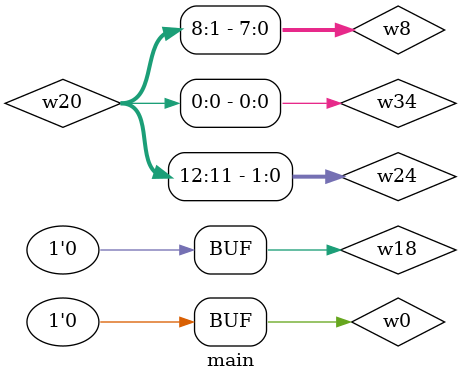
<source format=v>

`timescale 1ns/1ns

module main;    //: root_module
reg w13;    //: /sn:0 {0}(885,201)(896,201){1}
supply0 w0;    //: /sn:0 {0}(578,264)(578,202){1}
//: {2}(578,198)(578,124){3}
//: {4}(578,120)(578,37)(562,37){5}
//: {6}(576,122)(561,122){7}
//: {8}(576,200)(563,200){9}
supply0 w18;    //: /sn:0 {0}(1028,-100)(1028,-122){1}
reg w10;    //: /sn:0 {0}(639,-92)(655,-92)(655,-58){1}
reg w1;    //: /sn:0 {0}(582,-24)(592,-24)(592,25){1}
//: {2}(590,27)(562,27){3}
//: {4}(592,29)(592,110){5}
//: {6}(590,112)(561,112){7}
//: {8}(592,114)(592,190)(563,190){9}
reg w11;    //: /sn:0 {0}(396,-107)(466,-107)(466,-93){1}
reg w15;    //: /sn:0 {0}(702,4)(725,4){1}
reg [7:0] w9;    //: /sn:0 {0}(#:1177,-10)(1177,-75)(1046,-75){1}
wire w16;    //: /sn:0 {0}(639,-28)(630,-28)(630,213){1}
wire [7:0] w6;    //: /sn:0 {0}(#:523,43)(523,56){1}
//: {2}(525,58)(#:602,58){3}
//: {4}(521,58)(497,58){5}
wire [7:0] w7;    //: /sn:0 {0}(#:694,261)(694,289){1}
//: {2}(696,291)(861,291)(#:861,256){3}
//: {4}(692,291)(673,291){5}
//: {6}(669,291)(445,291)(445,177){7}
//: {8}(447,175)(524,175)(#:524,185){9}
//: {10}(445,173)(445,99){11}
//: {12}(447,97)(522,97)(522,107){13}
//: {14}(445,95)(445,0)(523,0)(#:523,22){15}
//: {16}(671,293)(671,309){17}
wire w34;    //: /sn:0 {0}(793,-14)(749,-14)(749,-9){1}
wire w4;    //: /sn:0 {0}(815,196)(815,201)(837,201){1}
wire [7:0] w25;    //: /sn:0 {0}(#:679,234)(692,234){1}
//: {2}(694,232)(#:694,217){3}
//: {4}(694,236)(#:694,245){5}
wire w22;    //: /sn:0 {0}(759,20)(759,44)(939,44)(939,248)(866,248){1}
wire w36;    //: /sn:0 {0}(485,117)(415,117)(415,-75)(450,-75){1}
wire w3;    //: /sn:0 {0}(639,-16)(635,-16){1}
wire [12:0] w20;    //: /sn:0 {0}(#:799,-29)(876,-29)(876,-73)(#:1011,-73){1}
wire w37;    //: /sn:0 {0}(487,195)(430,195)(430,-63)(450,-63){1}
wire [7:0] w12;    //: /sn:0 {0}(#:638,218)(661,218)(661,147){1}
//: {2}(661,143)(661,60){3}
//: {4}(663,58)(678,58)(678,120){5}
//: {6}(#:680,122)(693,122){7}
//: {8}(697,122)(715,122)(715,57)(877,57)(877,187){9}
//: {10}(695,120)(695,44){11}
//: {12}(678,124)(678,188){13}
//: {14}(659,58)(#:618,58){15}
//: {16}(659,145)(#:627,145){17}
wire [7:0] w19;    //: /sn:0 {0}(#:522,128)(522,143){1}
//: {2}(524,145)(#:611,145){3}
//: {4}(520,145)(498,145){5}
wire w21;    //: /sn:0 {0}(739,20)(739,253)(699,253){1}
wire [1:0] w24;    //: /sn:0 {0}(#:479,-69)(746,-69)(746,-44)(#:793,-44){1}
wire [7:0] w8;    //: /sn:0 {0}(#:793,-24)(777,-24)(777,88){1}
//: {2}(779,90)(803,90){3}
//: {4}(777,92)(777,139){5}
//: {6}(779,141)(845,141)(845,187){7}
//: {8}(775,141)(710,141)(#:710,188){9}
wire [1:0] w17;    //: /sn:0 {0}(668,-34)(#:793,-34){1}
wire w33;    //: /sn:0 {0}(639,-52)(610,-52)(610,53){1}
wire [7:0] w14;    //: /sn:0 {0}(#:524,206)(524,216){1}
//: {2}(526,218)(#:622,218){3}
//: {4}(522,218)(497,218){5}
wire [7:0] w2;    //: /sn:0 {0}(#:861,216)(861,226){1}
//: {2}(859,228)(834,228){3}
//: {4}(861,230)(861,240){5}
wire w5;    //: /sn:0 {0}(486,32)(403,32)(403,-87)(450,-87){1}
wire w38;    //: /sn:0 {0}(450,-51)(435,-51){1}
wire w26;    //: /sn:0 {0}(639,-40)(619,-40)(619,140){1}
//: enddecls

  //: joint g8 (w12) @(661, 58) /w:[ 4 -1 14 3 ]
  //: SWITCH g4 (w11) @(379,-107) /sn:0 /w:[ 0 ] /st:1 /dn:1
  //: comment g44 @(511,111) /sn:0
  //: /line:" 1 "
  //: /end
  //: joint g16 (w0) @(578, 200) /w:[ -1 2 8 1 ]
  //: joint g3 (w8) @(777, 141) /w:[ 6 5 8 -1 ]
  //: comment g47 @(840,192) /sn:0
  //: /line:" 1 "
  //: /end
  //: GROUND g17 (w0) @(578,270) /sn:0 /w:[ 0 ]
  //: LED g26 (w14) @(490,218) /sn:0 /R:1 /w:[ 5 ] /type:1
  //: SWITCH g2 (w10) @(622,-92) /sn:0 /w:[ 0 ] /st:1 /dn:1
  //: joint g23 (w0) @(578, 122) /w:[ -1 4 6 3 ]
  //: joint g30 (w25) @(694, 234) /w:[ -1 2 1 4 ]
  _GGMUL8 #(124) g1 (.A(w12), .B(w8), .P(w25));   //: @(694,204) /sn:0 /w:[ 13 9 3 ]
  //: joint g24 (w19) @(522, 145) /w:[ 2 1 4 -1 ]
  //: comment g39 @(514,26) /sn:0
  //: /line:" 0 "
  //: /end
  _GGBUFIF8 #(4, 6) g29 (.Z(w7), .I(w25), .E(w21));   //: @(694,251) /sn:0 /R:3 /w:[ 0 5 1 ]
  _GGDECODER2 #(6, 6) g51 (.I(w34), .E(w15), .Z0(w21), .Z1(w22));   //: @(749,4) /sn:0 /w:[ 1 1 0 0 ] /ss:0 /do:0
  _GGBUFIF8 #(4, 6) g18 (.Z(w12), .I(w6), .E(w33));   //: @(608,58) /sn:0 /w:[ 15 3 1 ]
  //: joint g10 (w12) @(661, 145) /w:[ -1 2 16 1 ]
  _GGBUFIF8 #(4, 6) g25 (.Z(w12), .I(w14), .E(w16));   //: @(628,218) /sn:0 /w:[ 0 3 1 ]
  //: LED g49 (w8) @(810,90) /sn:0 /R:3 /w:[ 3 ] /type:1
  _GGREG8 #(10, 10, 20) g6 (.Q(w6), .D(w7), .EN(w0), .CLR(w1), .CK(w5));   //: @(523,32) /sn:0 /w:[ 0 15 5 3 0 ]
  //: DIP g50 (w9) @(1177,1) /sn:0 /R:2 /w:[ 0 ] /st:2 /dn:1
  _GGROM8x13 #(10, 30) g58 (.A(w9), .D(w20), .OE(w18));   //: @(1028,-74) /sn:0 /R:2 /w:[ 1 1 0 ] /mem:"/home/student/Downloads/test.mem"
  //: LED g35 (w4) @(815,189) /sn:0 /w:[ 0 ] /type:0
  //: joint g9 (w12) @(678, 122) /w:[ 6 5 -1 12 ]
  _GGREG8 #(10, 10, 20) g7 (.Q(w19), .D(w7), .EN(w0), .CLR(w1), .CK(w36));   //: @(522,117) /sn:0 /w:[ 0 13 7 7 0 ]
  //: comment g56 @(781,7) /sn:0
  //: /line:" input register"
  //: /line:"   select"
  //: /end
  //: GROUND g59 (w18) @(1028,-128) /sn:0 /R:2 /w:[ 1 ]
  //: LED g22 (w19) @(491,145) /sn:0 /R:1 /w:[ 5 ] /type:1
  //: comment g31 @(967,22) /sn:0
  //: /line:" Instruction Format"
  //: /line:" LSB -> 1 bit op code (1->add, 0->mul)"
  //: /line:"     -> 8 bit D-switch input"
  //: /line:"     -> 2 bit input register selection"
  //: /line:" MSB -> 2 bit output register selection"
  //: /line:""
  //: /line:" Eg:-  01 00 00000001 1"
  //: /line:"      out in d-switch add"
  //: /end
  //: joint g41 (w2) @(861, 228) /w:[ -1 1 2 4 ]
  //: LED g36 (w7) @(671,316) /sn:0 /R:2 /w:[ 17 ] /type:1
  //: joint g33 (w7) @(694, 291) /w:[ 2 1 4 -1 ]
  _GGDECODER4 #(6, 6) g54 (.I(w24), .E(w11), .Z0(w5), .Z1(w36), .Z2(w37), .Z3(w38));   //: @(466,-69) /sn:0 /R:3 /w:[ 0 1 1 1 1 0 ] /ss:0 /do:0
  //: comment g45 @(514,190) /sn:0
  //: /line:" 2 "
  //: /end
  //: LED g42 (w12) @(695,37) /sn:0 /w:[ 11 ] /type:1
  //: LED g40 (w2) @(827,228) /sn:0 /R:1 /w:[ 3 ] /type:1
  assign {w24, w17, w8, w34} = w20; //: CONCAT g52  @(798,-29) /sn:0 /w:[ 1 1 0 0 0 ] /dr:0 /tp:0 /drp:0
  //: LED g12 (w6) @(490,58) /sn:0 /R:1 /w:[ 5 ] /type:1
  //: SWITCH g34 (w13) @(914,201) /sn:0 /R:2 /w:[ 1 ] /st:0 /dn:1
  //: joint g28 (w14) @(524, 218) /w:[ 2 1 4 -1 ]
  //: comment g46 @(697,191) /sn:0
  //: /line:" 0 "
  //: /end
  //: comment g57 @(469,-103) /sn:0
  //: /line:" output register"
  //: /line:"   select"
  //: /end
  //: SWITCH g11 (w1) @(565,-24) /sn:0 /w:[ 0 ] /st:1 /dn:1
  //: joint g14 (w7) @(445, 175) /w:[ 8 10 -1 7 ]
  //: SWITCH g5 (w15) @(685,4) /sn:0 /w:[ 0 ] /st:1 /dn:1
  //: joint g19 (w1) @(592, 27) /w:[ -1 1 2 4 ]
  //: joint g21 (w6) @(523, 58) /w:[ 2 1 4 -1 ]
  _GGBUFIF8 #(4, 6) g32 (.Z(w7), .I(w2), .E(w22));   //: @(861,246) /sn:0 /R:3 /w:[ 3 5 1 ]
  //: joint g20 (w1) @(592, 112) /w:[ -1 5 6 8 ]
  //: joint g43 (w12) @(695, 122) /w:[ 8 10 7 -1 ]
  //: LED g38 (w25) @(672,234) /sn:0 /R:1 /w:[ 0 ] /type:1
  //: joint g15 (w7) @(445, 97) /w:[ 12 14 -1 11 ]
  _GGADD8 #(68, 70, 62, 64) g0 (.A(w8), .B(w12), .S(w2), .CI(w13), .CO(w4));   //: @(861,203) /sn:0 /w:[ 7 9 0 0 1 ]
  _GGBUFIF8 #(4, 6) g27 (.Z(w12), .I(w19), .E(w26));   //: @(617,145) /sn:0 /w:[ 17 3 1 ]
  //: comment g48 @(741,110) /sn:0
  //: /line:" dip-switch input"
  //: /end
  //: joint g37 (w7) @(671, 291) /w:[ 5 -1 6 16 ]
  //: joint g55 (w8) @(777, 90) /w:[ 2 1 -1 4 ]
  _GGREG8 #(10, 10, 20) g13 (.Q(w14), .D(w7), .EN(w0), .CLR(w1), .CK(w37));   //: @(524,195) /sn:0 /w:[ 0 9 9 9 0 ]
  _GGDECODER4 #(6, 6) g53 (.I(w17), .E(w10), .Z0(w33), .Z1(w26), .Z2(w16), .Z3(w3));   //: @(655,-34) /sn:0 /R:3 /w:[ 0 1 0 0 0 0 ] /ss:0 /do:0

endmodule
//: /netlistEnd


</source>
